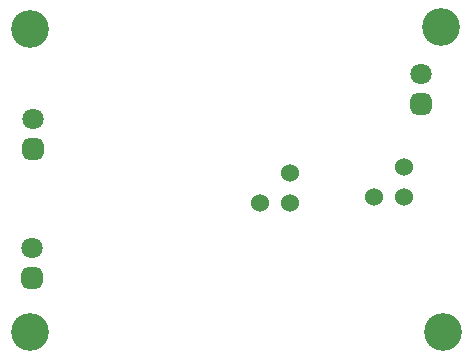
<source format=gbr>
G04*
G04 #@! TF.GenerationSoftware,Altium Limited,Altium Designer,24.9.1 (31)*
G04*
G04 Layer_Color=8388736*
%FSLAX44Y44*%
%MOMM*%
G71*
G04*
G04 #@! TF.SameCoordinates,2F21DDDD-2005-49F8-8A8E-0C037A8DA06E*
G04*
G04*
G04 #@! TF.FilePolarity,Negative*
G04*
G01*
G75*
%ADD16C,1.8032*%
G04:AMPARAMS|DCode=17|XSize=1.8032mm|YSize=1.8032mm|CornerRadius=0.5016mm|HoleSize=0mm|Usage=FLASHONLY|Rotation=90.000|XOffset=0mm|YOffset=0mm|HoleType=Round|Shape=RoundedRectangle|*
%AMROUNDEDRECTD17*
21,1,1.8032,0.8000,0,0,90.0*
21,1,0.8000,1.8032,0,0,90.0*
1,1,1.0032,0.4000,0.4000*
1,1,1.0032,0.4000,-0.4000*
1,1,1.0032,-0.4000,-0.4000*
1,1,1.0032,-0.4000,0.4000*
%
%ADD17ROUNDEDRECTD17*%
%ADD18C,1.5240*%
%ADD19C,3.2032*%
D16*
X350075Y235395D02*
D03*
X21590Y198120D02*
D03*
X20700Y88782D02*
D03*
D17*
X350075Y209995D02*
D03*
X21590Y172720D02*
D03*
X20700Y63382D02*
D03*
D18*
X335280Y157480D02*
D03*
Y132080D02*
D03*
X309880D02*
D03*
X238760Y152400D02*
D03*
Y127000D02*
D03*
X213360D02*
D03*
D19*
X368300Y17780D02*
D03*
X19050D02*
D03*
X367030Y275590D02*
D03*
X19050Y274320D02*
D03*
M02*

</source>
